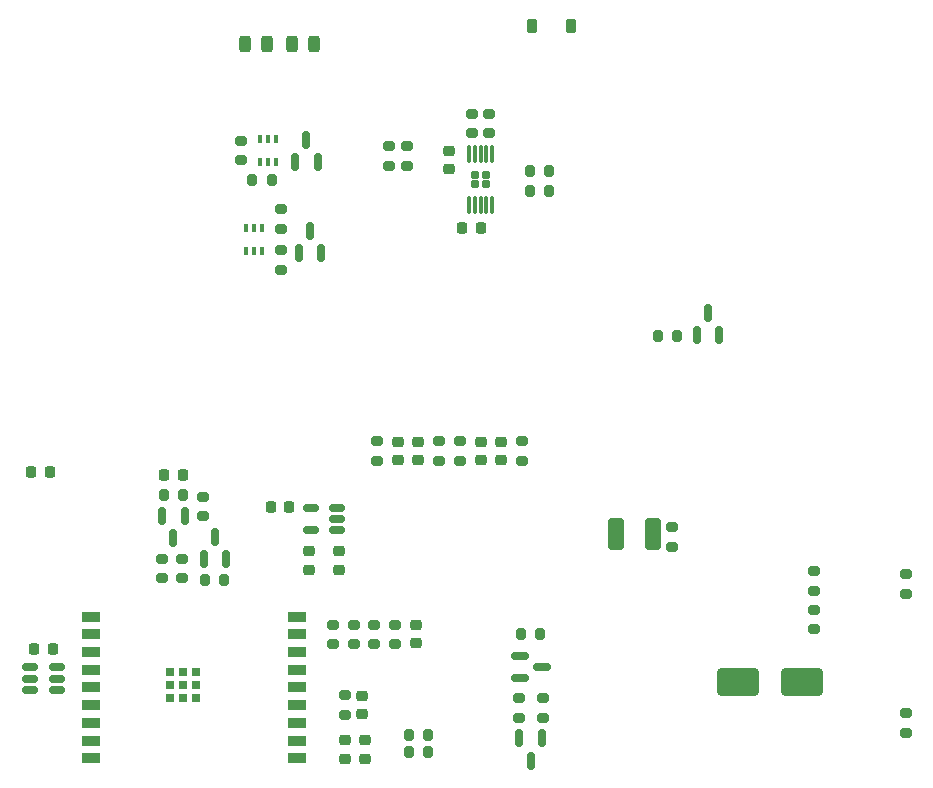
<source format=gbr>
%TF.GenerationSoftware,KiCad,Pcbnew,8.0.9-8.0.9-0~ubuntu22.04.1*%
%TF.CreationDate,2025-04-19T18:16:41+02:00*%
%TF.ProjectId,wandfernsprecher,77616e64-6665-4726-9e73-707265636865,0.1.0*%
%TF.SameCoordinates,Original*%
%TF.FileFunction,Paste,Top*%
%TF.FilePolarity,Positive*%
%FSLAX46Y46*%
G04 Gerber Fmt 4.6, Leading zero omitted, Abs format (unit mm)*
G04 Created by KiCad (PCBNEW 8.0.9-8.0.9-0~ubuntu22.04.1) date 2025-04-19 18:16:41*
%MOMM*%
%LPD*%
G01*
G04 APERTURE LIST*
G04 Aperture macros list*
%AMRoundRect*
0 Rectangle with rounded corners*
0 $1 Rounding radius*
0 $2 $3 $4 $5 $6 $7 $8 $9 X,Y pos of 4 corners*
0 Add a 4 corners polygon primitive as box body*
4,1,4,$2,$3,$4,$5,$6,$7,$8,$9,$2,$3,0*
0 Add four circle primitives for the rounded corners*
1,1,$1+$1,$2,$3*
1,1,$1+$1,$4,$5*
1,1,$1+$1,$6,$7*
1,1,$1+$1,$8,$9*
0 Add four rect primitives between the rounded corners*
20,1,$1+$1,$2,$3,$4,$5,0*
20,1,$1+$1,$4,$5,$6,$7,0*
20,1,$1+$1,$6,$7,$8,$9,0*
20,1,$1+$1,$8,$9,$2,$3,0*%
G04 Aperture macros list end*
%ADD10RoundRect,0.200000X0.275000X-0.200000X0.275000X0.200000X-0.275000X0.200000X-0.275000X-0.200000X0*%
%ADD11RoundRect,0.200000X0.200000X0.275000X-0.200000X0.275000X-0.200000X-0.275000X0.200000X-0.275000X0*%
%ADD12RoundRect,0.250000X0.412500X1.100000X-0.412500X1.100000X-0.412500X-1.100000X0.412500X-1.100000X0*%
%ADD13RoundRect,0.225000X-0.250000X0.225000X-0.250000X-0.225000X0.250000X-0.225000X0.250000X0.225000X0*%
%ADD14RoundRect,0.200000X-0.275000X0.200000X-0.275000X-0.200000X0.275000X-0.200000X0.275000X0.200000X0*%
%ADD15RoundRect,0.157500X0.222500X-0.157500X0.222500X0.157500X-0.222500X0.157500X-0.222500X-0.157500X0*%
%ADD16RoundRect,0.075000X0.075000X-0.650000X0.075000X0.650000X-0.075000X0.650000X-0.075000X-0.650000X0*%
%ADD17R,0.700000X0.700000*%
%ADD18R,1.500000X0.900000*%
%ADD19RoundRect,0.150000X0.150000X-0.587500X0.150000X0.587500X-0.150000X0.587500X-0.150000X-0.587500X0*%
%ADD20RoundRect,0.100000X0.100000X-0.225000X0.100000X0.225000X-0.100000X0.225000X-0.100000X-0.225000X0*%
%ADD21RoundRect,0.225000X0.225000X0.250000X-0.225000X0.250000X-0.225000X-0.250000X0.225000X-0.250000X0*%
%ADD22RoundRect,0.225000X-0.225000X-0.375000X0.225000X-0.375000X0.225000X0.375000X-0.225000X0.375000X0*%
%ADD23RoundRect,0.150000X0.512500X0.150000X-0.512500X0.150000X-0.512500X-0.150000X0.512500X-0.150000X0*%
%ADD24RoundRect,0.225000X0.250000X-0.225000X0.250000X0.225000X-0.250000X0.225000X-0.250000X-0.225000X0*%
%ADD25RoundRect,0.200000X-0.200000X-0.275000X0.200000X-0.275000X0.200000X0.275000X-0.200000X0.275000X0*%
%ADD26RoundRect,0.243750X0.243750X0.456250X-0.243750X0.456250X-0.243750X-0.456250X0.243750X-0.456250X0*%
%ADD27RoundRect,0.225000X-0.225000X-0.250000X0.225000X-0.250000X0.225000X0.250000X-0.225000X0.250000X0*%
%ADD28RoundRect,0.150000X-0.150000X0.587500X-0.150000X-0.587500X0.150000X-0.587500X0.150000X0.587500X0*%
%ADD29RoundRect,0.150000X-0.587500X-0.150000X0.587500X-0.150000X0.587500X0.150000X-0.587500X0.150000X0*%
%ADD30RoundRect,0.250000X1.500000X0.900000X-1.500000X0.900000X-1.500000X-0.900000X1.500000X-0.900000X0*%
G04 APERTURE END LIST*
D10*
%TO.C,R30*%
X97250000Y-90075000D03*
X97250000Y-88425000D03*
%TD*%
%TO.C,R2*%
X93000000Y-117825000D03*
X93000000Y-116175000D03*
%TD*%
D11*
%TO.C,R22*%
X71325000Y-120687500D03*
X69675000Y-120687500D03*
%TD*%
D12*
%TO.C,C13*%
X111062500Y-124000000D03*
X107937500Y-124000000D03*
%TD*%
D10*
%TO.C,R24*%
X79581250Y-98150000D03*
X79581250Y-96500000D03*
%TD*%
D13*
%TO.C,C8*%
X82000000Y-125475000D03*
X82000000Y-127025000D03*
%TD*%
D14*
%TO.C,R19*%
X85000000Y-137675000D03*
X85000000Y-139325000D03*
%TD*%
%TO.C,R5*%
X84000000Y-131675000D03*
X84000000Y-133325000D03*
%TD*%
D11*
%TO.C,R23*%
X74825000Y-127937500D03*
X73175000Y-127937500D03*
%TD*%
D15*
%TO.C,U3*%
X96030000Y-94390000D03*
X96970000Y-94390000D03*
X96030000Y-93610000D03*
X96970000Y-93610000D03*
D16*
X95500000Y-96150000D03*
X96000000Y-96150000D03*
X96500000Y-96150000D03*
X97000000Y-96150000D03*
X97500000Y-96150000D03*
X97500000Y-91850000D03*
X97000000Y-91850000D03*
X96500000Y-91850000D03*
X96000000Y-91850000D03*
X95500000Y-91850000D03*
%TD*%
D17*
%TO.C,U2*%
X72390000Y-137900000D03*
X72390000Y-136800000D03*
X72390000Y-135700000D03*
X71290000Y-137900000D03*
X71290000Y-136800000D03*
X71290000Y-135700000D03*
X70190000Y-137900000D03*
X70190000Y-136800000D03*
X70190000Y-135700000D03*
D18*
X81000000Y-143000000D03*
X81000000Y-141500000D03*
X81000000Y-140000000D03*
X81000000Y-138500000D03*
X81000000Y-137000000D03*
X81000000Y-135500000D03*
X81000000Y-134000000D03*
X81000000Y-132500000D03*
X81000000Y-131000000D03*
X63500000Y-131000000D03*
X63500000Y-132500000D03*
X63500000Y-134000000D03*
X63500000Y-135500000D03*
X63500000Y-137000000D03*
X63500000Y-138500000D03*
X63500000Y-140000000D03*
X63500000Y-141500000D03*
X63500000Y-143000000D03*
%TD*%
D19*
%TO.C,Q15*%
X114800000Y-107187500D03*
X116700000Y-107187500D03*
X115750000Y-105312500D03*
%TD*%
D20*
%TO.C,Q9*%
X76681250Y-100025000D03*
X77331250Y-100025000D03*
X77981250Y-100025000D03*
X77981250Y-98125000D03*
X77331250Y-98125000D03*
X76681250Y-98125000D03*
%TD*%
D14*
%TO.C,R10*%
X101750000Y-137925000D03*
X101750000Y-139575000D03*
%TD*%
D21*
%TO.C,C9*%
X80275000Y-121750000D03*
X78725000Y-121750000D03*
%TD*%
D14*
%TO.C,R27*%
X76250000Y-90725000D03*
X76250000Y-92375000D03*
%TD*%
D22*
%TO.C,D4*%
X100850000Y-81000000D03*
X104150000Y-81000000D03*
%TD*%
D23*
%TO.C,U8*%
X84387500Y-123700000D03*
X84387500Y-122750000D03*
X84387500Y-121800000D03*
X82112500Y-121800000D03*
X82112500Y-123700000D03*
%TD*%
D14*
%TO.C,R18*%
X124750000Y-127175000D03*
X124750000Y-128825000D03*
%TD*%
D24*
%TO.C,C3*%
X98250000Y-117775000D03*
X98250000Y-116225000D03*
%TD*%
%TO.C,C4*%
X96500000Y-117775000D03*
X96500000Y-116225000D03*
%TD*%
D14*
%TO.C,R6*%
X85750000Y-131675000D03*
X85750000Y-133325000D03*
%TD*%
D13*
%TO.C,C5*%
X85000000Y-141475000D03*
X85000000Y-143025000D03*
%TD*%
D14*
%TO.C,R25*%
X79581250Y-100000000D03*
X79581250Y-101650000D03*
%TD*%
D19*
%TO.C,Q11*%
X73050000Y-126125000D03*
X74950000Y-126125000D03*
X74000000Y-124250000D03*
%TD*%
D14*
%TO.C,R9*%
X99750000Y-137925000D03*
X99750000Y-139575000D03*
%TD*%
D25*
%TO.C,R32*%
X100675000Y-95000000D03*
X102325000Y-95000000D03*
%TD*%
D26*
%TO.C,D2*%
X78437500Y-82500000D03*
X76562500Y-82500000D03*
%TD*%
D10*
%TO.C,R4*%
X94750000Y-117825000D03*
X94750000Y-116175000D03*
%TD*%
D14*
%TO.C,R17*%
X124750000Y-130425000D03*
X124750000Y-132075000D03*
%TD*%
%TO.C,R7*%
X87500000Y-131675000D03*
X87500000Y-133325000D03*
%TD*%
D24*
%TO.C,C2*%
X89500000Y-117775000D03*
X89500000Y-116225000D03*
%TD*%
D14*
%TO.C,R13*%
X132500000Y-127425000D03*
X132500000Y-129075000D03*
%TD*%
%TO.C,R16*%
X112750000Y-123425000D03*
X112750000Y-125075000D03*
%TD*%
D25*
%TO.C,R8*%
X99925000Y-132500000D03*
X101575000Y-132500000D03*
%TD*%
D11*
%TO.C,R11*%
X92075000Y-141000000D03*
X90425000Y-141000000D03*
%TD*%
D13*
%TO.C,C7*%
X93840000Y-91550000D03*
X93840000Y-93100000D03*
%TD*%
D19*
%TO.C,Q12*%
X81131250Y-100212500D03*
X83031250Y-100212500D03*
X82081250Y-98337500D03*
%TD*%
D27*
%TO.C,C17*%
X58725000Y-133750000D03*
X60275000Y-133750000D03*
%TD*%
D25*
%TO.C,R35*%
X111500000Y-107250000D03*
X113150000Y-107250000D03*
%TD*%
D11*
%TO.C,R34*%
X78825000Y-94050000D03*
X77175000Y-94050000D03*
%TD*%
D19*
%TO.C,Q14*%
X80800000Y-92487500D03*
X82700000Y-92487500D03*
X81750000Y-90612500D03*
%TD*%
D11*
%TO.C,R12*%
X92075000Y-142500000D03*
X90425000Y-142500000D03*
%TD*%
D28*
%TO.C,Q8*%
X101700000Y-141312500D03*
X99800000Y-141312500D03*
X100750000Y-143187500D03*
%TD*%
D13*
%TO.C,C10*%
X84500000Y-125475000D03*
X84500000Y-127025000D03*
%TD*%
D27*
%TO.C,C11*%
X58475000Y-118750000D03*
X60025000Y-118750000D03*
%TD*%
D23*
%TO.C,U5*%
X60637500Y-137200000D03*
X60637500Y-136250000D03*
X60637500Y-135300000D03*
X58362500Y-135300000D03*
X58362500Y-136250000D03*
X58362500Y-137200000D03*
%TD*%
D24*
%TO.C,C20*%
X86500000Y-139275000D03*
X86500000Y-137725000D03*
%TD*%
D14*
%TO.C,R21*%
X69500000Y-126112500D03*
X69500000Y-127762500D03*
%TD*%
D13*
%TO.C,C19*%
X86750000Y-141475000D03*
X86750000Y-143025000D03*
%TD*%
D27*
%TO.C,C6*%
X94975000Y-98075000D03*
X96525000Y-98075000D03*
%TD*%
D24*
%TO.C,C16*%
X91000000Y-133275000D03*
X91000000Y-131725000D03*
%TD*%
D10*
%TO.C,R31*%
X95750000Y-90075000D03*
X95750000Y-88425000D03*
%TD*%
D29*
%TO.C,Q1*%
X99812500Y-134300000D03*
X99812500Y-136200000D03*
X101687500Y-135250000D03*
%TD*%
D10*
%TO.C,R20*%
X71250000Y-127762500D03*
X71250000Y-126112500D03*
%TD*%
%TO.C,R3*%
X100000000Y-117825000D03*
X100000000Y-116175000D03*
%TD*%
%TO.C,R1*%
X87750000Y-117825000D03*
X87750000Y-116175000D03*
%TD*%
%TO.C,R26*%
X73000000Y-122512500D03*
X73000000Y-120862500D03*
%TD*%
D14*
%TO.C,R14*%
X132500000Y-139175000D03*
X132500000Y-140825000D03*
%TD*%
D26*
%TO.C,D3*%
X82437500Y-82500000D03*
X80562500Y-82500000D03*
%TD*%
D28*
%TO.C,Q10*%
X71450000Y-122500000D03*
X69550000Y-122500000D03*
X70500000Y-124375000D03*
%TD*%
D30*
%TO.C,D1*%
X123700000Y-136500000D03*
X118300000Y-136500000D03*
%TD*%
D25*
%TO.C,R33*%
X100675000Y-93250000D03*
X102325000Y-93250000D03*
%TD*%
D10*
%TO.C,R15*%
X89250000Y-133325000D03*
X89250000Y-131675000D03*
%TD*%
D20*
%TO.C,Q13*%
X77850000Y-92500000D03*
X78500000Y-92500000D03*
X79150000Y-92500000D03*
X79150000Y-90600000D03*
X78500000Y-90600000D03*
X77850000Y-90600000D03*
%TD*%
D21*
%TO.C,C18*%
X71275000Y-119000000D03*
X69725000Y-119000000D03*
%TD*%
D14*
%TO.C,R28*%
X90250000Y-91175000D03*
X90250000Y-92825000D03*
%TD*%
%TO.C,R29*%
X88750000Y-91175000D03*
X88750000Y-92825000D03*
%TD*%
D24*
%TO.C,C1*%
X91250000Y-117775000D03*
X91250000Y-116225000D03*
%TD*%
M02*

</source>
